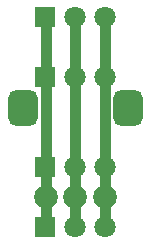
<source format=gbl>
G04 Layer_Physical_Order=2*
G04 Layer_Color=16711680*
%FSTAX24Y24*%
%MOIN*%
G70*
G01*
G75*
%ADD10C,0.0350*%
%ADD11C,0.0709*%
%ADD12R,0.0709X0.0709*%
%ADD13C,0.0787*%
G04:AMPARAMS|DCode=14|XSize=98.4mil|YSize=118.1mil|CornerRadius=24.6mil|HoleSize=0mil|Usage=FLASHONLY|Rotation=0.000|XOffset=0mil|YOffset=0mil|HoleType=Round|Shape=RoundedRectangle|*
%AMROUNDEDRECTD14*
21,1,0.0984,0.0689,0,0,0.0*
21,1,0.0492,0.1181,0,0,0.0*
1,1,0.0492,0.0246,-0.0344*
1,1,0.0492,-0.0246,-0.0344*
1,1,0.0492,-0.0246,0.0344*
1,1,0.0492,0.0246,0.0344*
%
%ADD14ROUNDEDRECTD14*%
D10*
X026985Y019D02*
Y025985D01*
X025015Y019D02*
Y025985D01*
X026985Y019D02*
X027D01*
X026985Y025985D02*
X027Y026D01*
X026Y024D02*
Y026D01*
Y021D02*
Y024D01*
Y02D02*
Y021D01*
Y019D02*
Y02D01*
X025Y019D02*
X025015D01*
X025Y026D02*
X025015Y025985D01*
D11*
X027Y024D02*
D03*
X026D02*
D03*
X027Y026D02*
D03*
X026D02*
D03*
X027Y019D02*
D03*
X026D02*
D03*
X027Y021D02*
D03*
X026D02*
D03*
D12*
X025Y024D02*
D03*
Y026D02*
D03*
Y019D02*
D03*
Y021D02*
D03*
D13*
X025016Y02D02*
D03*
X026D02*
D03*
X026984D02*
D03*
D14*
X024248Y022953D02*
D03*
X027752D02*
D03*
M02*

</source>
